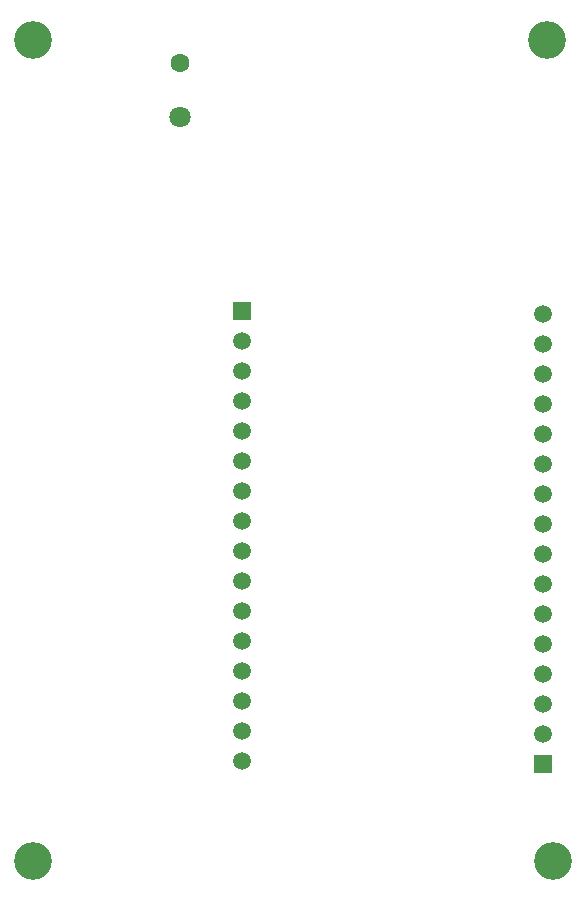
<source format=gbr>
%TF.GenerationSoftware,KiCad,Pcbnew,8.0.5*%
%TF.CreationDate,2024-11-08T20:04:07-05:00*%
%TF.ProjectId,Main,4d61696e-2e6b-4696-9361-645f70636258,rev?*%
%TF.SameCoordinates,Original*%
%TF.FileFunction,Soldermask,Bot*%
%TF.FilePolarity,Negative*%
%FSLAX46Y46*%
G04 Gerber Fmt 4.6, Leading zero omitted, Abs format (unit mm)*
G04 Created by KiCad (PCBNEW 8.0.5) date 2024-11-08 20:04:07*
%MOMM*%
%LPD*%
G01*
G04 APERTURE LIST*
%ADD10R,1.500000X1.500000*%
%ADD11C,1.500000*%
%ADD12C,3.200000*%
%ADD13C,1.600200*%
%ADD14C,1.803400*%
G04 APERTURE END LIST*
D10*
%TO.C,J8*%
X150265534Y-80535534D03*
D11*
X150265534Y-83075534D03*
X150265534Y-85615534D03*
X150265534Y-88155534D03*
X150265534Y-90695534D03*
X150265534Y-93235534D03*
X150265534Y-95775534D03*
X150265534Y-98315534D03*
X150265534Y-100855534D03*
X150265534Y-103395534D03*
X150265534Y-105935534D03*
X150265534Y-108475534D03*
X150265534Y-111015534D03*
X150265534Y-113555534D03*
X150265534Y-116095534D03*
X150265534Y-118635534D03*
%TD*%
D12*
%TO.C,H1*%
X132535534Y-57535534D03*
%TD*%
D13*
%TO.C,J7*%
X145035535Y-59535534D03*
D14*
X145035535Y-64035534D03*
%TD*%
D12*
%TO.C,H4*%
X176535534Y-127035534D03*
%TD*%
%TO.C,H3*%
X132535534Y-127035534D03*
%TD*%
D10*
%TO.C,J9*%
X175765534Y-118815534D03*
D11*
X175765534Y-116275534D03*
X175765534Y-113735534D03*
X175765534Y-111195534D03*
X175765534Y-108655534D03*
X175765534Y-106115534D03*
X175765534Y-103575534D03*
X175765534Y-101035534D03*
X175765534Y-98495534D03*
X175765534Y-95955534D03*
X175765534Y-93415534D03*
X175765534Y-90875534D03*
X175765534Y-88335534D03*
X175765534Y-85795534D03*
X175765534Y-83255534D03*
X175765534Y-80715534D03*
%TD*%
D12*
%TO.C,H2*%
X176035534Y-57535534D03*
%TD*%
M02*

</source>
